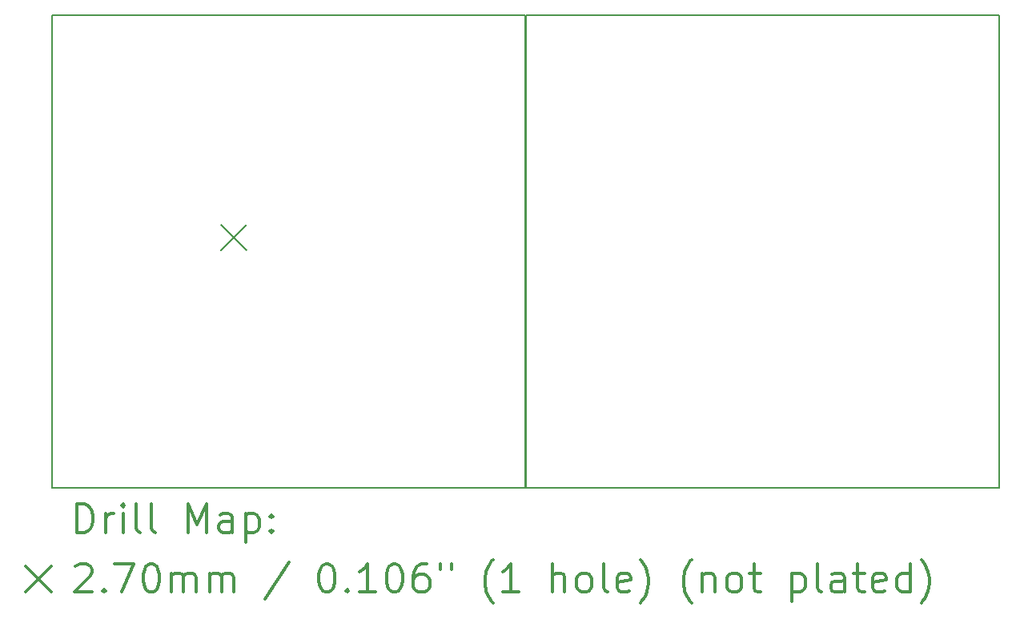
<source format=gbr>
%FSLAX45Y45*%
G04 Gerber Fmt 4.5, Leading zero omitted, Abs format (unit mm)*
G04 Created by KiCad (PCBNEW 4.0.5) date Thu Feb 16 15:30:19 2017*
%MOMM*%
%LPD*%
G01*
G04 APERTURE LIST*
%ADD10C,0.127000*%
%ADD11C,0.150000*%
%ADD12C,0.200000*%
%ADD13C,0.300000*%
G04 APERTURE END LIST*
D10*
D11*
X15000000Y-5000000D02*
X10000000Y-5000000D01*
X15000000Y-10000000D02*
X15000000Y-5000000D01*
X10000000Y-10000000D02*
X15000000Y-10000000D01*
X10000000Y-5000000D02*
X10000000Y-10000000D01*
X15015000Y-10000000D02*
X20015000Y-10000000D01*
X15015000Y-5000000D02*
X15015000Y-10000000D01*
X20015000Y-5000000D02*
X15015000Y-5000000D01*
X20015000Y-10000000D02*
X20015000Y-5000000D01*
D12*
X11790000Y-7215000D02*
X12060000Y-7485000D01*
X12060000Y-7215000D02*
X11790000Y-7485000D01*
D13*
X10263929Y-10473214D02*
X10263929Y-10173214D01*
X10335357Y-10173214D01*
X10378214Y-10187500D01*
X10406786Y-10216072D01*
X10421071Y-10244643D01*
X10435357Y-10301786D01*
X10435357Y-10344643D01*
X10421071Y-10401786D01*
X10406786Y-10430357D01*
X10378214Y-10458929D01*
X10335357Y-10473214D01*
X10263929Y-10473214D01*
X10563929Y-10473214D02*
X10563929Y-10273214D01*
X10563929Y-10330357D02*
X10578214Y-10301786D01*
X10592500Y-10287500D01*
X10621071Y-10273214D01*
X10649643Y-10273214D01*
X10749643Y-10473214D02*
X10749643Y-10273214D01*
X10749643Y-10173214D02*
X10735357Y-10187500D01*
X10749643Y-10201786D01*
X10763929Y-10187500D01*
X10749643Y-10173214D01*
X10749643Y-10201786D01*
X10935357Y-10473214D02*
X10906786Y-10458929D01*
X10892500Y-10430357D01*
X10892500Y-10173214D01*
X11092500Y-10473214D02*
X11063929Y-10458929D01*
X11049643Y-10430357D01*
X11049643Y-10173214D01*
X11435357Y-10473214D02*
X11435357Y-10173214D01*
X11535357Y-10387500D01*
X11635357Y-10173214D01*
X11635357Y-10473214D01*
X11906786Y-10473214D02*
X11906786Y-10316072D01*
X11892500Y-10287500D01*
X11863928Y-10273214D01*
X11806786Y-10273214D01*
X11778214Y-10287500D01*
X11906786Y-10458929D02*
X11878214Y-10473214D01*
X11806786Y-10473214D01*
X11778214Y-10458929D01*
X11763928Y-10430357D01*
X11763928Y-10401786D01*
X11778214Y-10373214D01*
X11806786Y-10358929D01*
X11878214Y-10358929D01*
X11906786Y-10344643D01*
X12049643Y-10273214D02*
X12049643Y-10573214D01*
X12049643Y-10287500D02*
X12078214Y-10273214D01*
X12135357Y-10273214D01*
X12163928Y-10287500D01*
X12178214Y-10301786D01*
X12192500Y-10330357D01*
X12192500Y-10416072D01*
X12178214Y-10444643D01*
X12163928Y-10458929D01*
X12135357Y-10473214D01*
X12078214Y-10473214D01*
X12049643Y-10458929D01*
X12321071Y-10444643D02*
X12335357Y-10458929D01*
X12321071Y-10473214D01*
X12306786Y-10458929D01*
X12321071Y-10444643D01*
X12321071Y-10473214D01*
X12321071Y-10287500D02*
X12335357Y-10301786D01*
X12321071Y-10316072D01*
X12306786Y-10301786D01*
X12321071Y-10287500D01*
X12321071Y-10316072D01*
X9722500Y-10832500D02*
X9992500Y-11102500D01*
X9992500Y-10832500D02*
X9722500Y-11102500D01*
X10249643Y-10831786D02*
X10263929Y-10817500D01*
X10292500Y-10803214D01*
X10363929Y-10803214D01*
X10392500Y-10817500D01*
X10406786Y-10831786D01*
X10421071Y-10860357D01*
X10421071Y-10888929D01*
X10406786Y-10931786D01*
X10235357Y-11103214D01*
X10421071Y-11103214D01*
X10549643Y-11074643D02*
X10563929Y-11088929D01*
X10549643Y-11103214D01*
X10535357Y-11088929D01*
X10549643Y-11074643D01*
X10549643Y-11103214D01*
X10663928Y-10803214D02*
X10863928Y-10803214D01*
X10735357Y-11103214D01*
X11035357Y-10803214D02*
X11063929Y-10803214D01*
X11092500Y-10817500D01*
X11106786Y-10831786D01*
X11121071Y-10860357D01*
X11135357Y-10917500D01*
X11135357Y-10988929D01*
X11121071Y-11046072D01*
X11106786Y-11074643D01*
X11092500Y-11088929D01*
X11063929Y-11103214D01*
X11035357Y-11103214D01*
X11006786Y-11088929D01*
X10992500Y-11074643D01*
X10978214Y-11046072D01*
X10963929Y-10988929D01*
X10963929Y-10917500D01*
X10978214Y-10860357D01*
X10992500Y-10831786D01*
X11006786Y-10817500D01*
X11035357Y-10803214D01*
X11263928Y-11103214D02*
X11263928Y-10903214D01*
X11263928Y-10931786D02*
X11278214Y-10917500D01*
X11306786Y-10903214D01*
X11349643Y-10903214D01*
X11378214Y-10917500D01*
X11392500Y-10946072D01*
X11392500Y-11103214D01*
X11392500Y-10946072D02*
X11406786Y-10917500D01*
X11435357Y-10903214D01*
X11478214Y-10903214D01*
X11506786Y-10917500D01*
X11521071Y-10946072D01*
X11521071Y-11103214D01*
X11663928Y-11103214D02*
X11663928Y-10903214D01*
X11663928Y-10931786D02*
X11678214Y-10917500D01*
X11706786Y-10903214D01*
X11749643Y-10903214D01*
X11778214Y-10917500D01*
X11792500Y-10946072D01*
X11792500Y-11103214D01*
X11792500Y-10946072D02*
X11806786Y-10917500D01*
X11835357Y-10903214D01*
X11878214Y-10903214D01*
X11906786Y-10917500D01*
X11921071Y-10946072D01*
X11921071Y-11103214D01*
X12506786Y-10788929D02*
X12249643Y-11174643D01*
X12892500Y-10803214D02*
X12921071Y-10803214D01*
X12949643Y-10817500D01*
X12963928Y-10831786D01*
X12978214Y-10860357D01*
X12992500Y-10917500D01*
X12992500Y-10988929D01*
X12978214Y-11046072D01*
X12963928Y-11074643D01*
X12949643Y-11088929D01*
X12921071Y-11103214D01*
X12892500Y-11103214D01*
X12863928Y-11088929D01*
X12849643Y-11074643D01*
X12835357Y-11046072D01*
X12821071Y-10988929D01*
X12821071Y-10917500D01*
X12835357Y-10860357D01*
X12849643Y-10831786D01*
X12863928Y-10817500D01*
X12892500Y-10803214D01*
X13121071Y-11074643D02*
X13135357Y-11088929D01*
X13121071Y-11103214D01*
X13106786Y-11088929D01*
X13121071Y-11074643D01*
X13121071Y-11103214D01*
X13421071Y-11103214D02*
X13249643Y-11103214D01*
X13335357Y-11103214D02*
X13335357Y-10803214D01*
X13306785Y-10846072D01*
X13278214Y-10874643D01*
X13249643Y-10888929D01*
X13606785Y-10803214D02*
X13635357Y-10803214D01*
X13663928Y-10817500D01*
X13678214Y-10831786D01*
X13692500Y-10860357D01*
X13706785Y-10917500D01*
X13706785Y-10988929D01*
X13692500Y-11046072D01*
X13678214Y-11074643D01*
X13663928Y-11088929D01*
X13635357Y-11103214D01*
X13606785Y-11103214D01*
X13578214Y-11088929D01*
X13563928Y-11074643D01*
X13549643Y-11046072D01*
X13535357Y-10988929D01*
X13535357Y-10917500D01*
X13549643Y-10860357D01*
X13563928Y-10831786D01*
X13578214Y-10817500D01*
X13606785Y-10803214D01*
X13963928Y-10803214D02*
X13906785Y-10803214D01*
X13878214Y-10817500D01*
X13863928Y-10831786D01*
X13835357Y-10874643D01*
X13821071Y-10931786D01*
X13821071Y-11046072D01*
X13835357Y-11074643D01*
X13849643Y-11088929D01*
X13878214Y-11103214D01*
X13935357Y-11103214D01*
X13963928Y-11088929D01*
X13978214Y-11074643D01*
X13992500Y-11046072D01*
X13992500Y-10974643D01*
X13978214Y-10946072D01*
X13963928Y-10931786D01*
X13935357Y-10917500D01*
X13878214Y-10917500D01*
X13849643Y-10931786D01*
X13835357Y-10946072D01*
X13821071Y-10974643D01*
X14106786Y-10803214D02*
X14106786Y-10860357D01*
X14221071Y-10803214D02*
X14221071Y-10860357D01*
X14663928Y-11217500D02*
X14649643Y-11203214D01*
X14621071Y-11160357D01*
X14606785Y-11131786D01*
X14592500Y-11088929D01*
X14578214Y-11017500D01*
X14578214Y-10960357D01*
X14592500Y-10888929D01*
X14606785Y-10846072D01*
X14621071Y-10817500D01*
X14649643Y-10774643D01*
X14663928Y-10760357D01*
X14935357Y-11103214D02*
X14763928Y-11103214D01*
X14849643Y-11103214D02*
X14849643Y-10803214D01*
X14821071Y-10846072D01*
X14792500Y-10874643D01*
X14763928Y-10888929D01*
X15292500Y-11103214D02*
X15292500Y-10803214D01*
X15421071Y-11103214D02*
X15421071Y-10946072D01*
X15406785Y-10917500D01*
X15378214Y-10903214D01*
X15335357Y-10903214D01*
X15306785Y-10917500D01*
X15292500Y-10931786D01*
X15606785Y-11103214D02*
X15578214Y-11088929D01*
X15563928Y-11074643D01*
X15549643Y-11046072D01*
X15549643Y-10960357D01*
X15563928Y-10931786D01*
X15578214Y-10917500D01*
X15606785Y-10903214D01*
X15649643Y-10903214D01*
X15678214Y-10917500D01*
X15692500Y-10931786D01*
X15706785Y-10960357D01*
X15706785Y-11046072D01*
X15692500Y-11074643D01*
X15678214Y-11088929D01*
X15649643Y-11103214D01*
X15606785Y-11103214D01*
X15878214Y-11103214D02*
X15849643Y-11088929D01*
X15835357Y-11060357D01*
X15835357Y-10803214D01*
X16106786Y-11088929D02*
X16078214Y-11103214D01*
X16021071Y-11103214D01*
X15992500Y-11088929D01*
X15978214Y-11060357D01*
X15978214Y-10946072D01*
X15992500Y-10917500D01*
X16021071Y-10903214D01*
X16078214Y-10903214D01*
X16106786Y-10917500D01*
X16121071Y-10946072D01*
X16121071Y-10974643D01*
X15978214Y-11003214D01*
X16221071Y-11217500D02*
X16235357Y-11203214D01*
X16263928Y-11160357D01*
X16278214Y-11131786D01*
X16292500Y-11088929D01*
X16306786Y-11017500D01*
X16306786Y-10960357D01*
X16292500Y-10888929D01*
X16278214Y-10846072D01*
X16263928Y-10817500D01*
X16235357Y-10774643D01*
X16221071Y-10760357D01*
X16763928Y-11217500D02*
X16749643Y-11203214D01*
X16721071Y-11160357D01*
X16706786Y-11131786D01*
X16692500Y-11088929D01*
X16678214Y-11017500D01*
X16678214Y-10960357D01*
X16692500Y-10888929D01*
X16706786Y-10846072D01*
X16721071Y-10817500D01*
X16749643Y-10774643D01*
X16763928Y-10760357D01*
X16878214Y-10903214D02*
X16878214Y-11103214D01*
X16878214Y-10931786D02*
X16892500Y-10917500D01*
X16921071Y-10903214D01*
X16963929Y-10903214D01*
X16992500Y-10917500D01*
X17006786Y-10946072D01*
X17006786Y-11103214D01*
X17192500Y-11103214D02*
X17163929Y-11088929D01*
X17149643Y-11074643D01*
X17135357Y-11046072D01*
X17135357Y-10960357D01*
X17149643Y-10931786D01*
X17163929Y-10917500D01*
X17192500Y-10903214D01*
X17235357Y-10903214D01*
X17263929Y-10917500D01*
X17278214Y-10931786D01*
X17292500Y-10960357D01*
X17292500Y-11046072D01*
X17278214Y-11074643D01*
X17263929Y-11088929D01*
X17235357Y-11103214D01*
X17192500Y-11103214D01*
X17378214Y-10903214D02*
X17492500Y-10903214D01*
X17421071Y-10803214D02*
X17421071Y-11060357D01*
X17435357Y-11088929D01*
X17463929Y-11103214D01*
X17492500Y-11103214D01*
X17821071Y-10903214D02*
X17821071Y-11203214D01*
X17821071Y-10917500D02*
X17849643Y-10903214D01*
X17906786Y-10903214D01*
X17935357Y-10917500D01*
X17949643Y-10931786D01*
X17963929Y-10960357D01*
X17963929Y-11046072D01*
X17949643Y-11074643D01*
X17935357Y-11088929D01*
X17906786Y-11103214D01*
X17849643Y-11103214D01*
X17821071Y-11088929D01*
X18135357Y-11103214D02*
X18106786Y-11088929D01*
X18092500Y-11060357D01*
X18092500Y-10803214D01*
X18378214Y-11103214D02*
X18378214Y-10946072D01*
X18363929Y-10917500D01*
X18335357Y-10903214D01*
X18278214Y-10903214D01*
X18249643Y-10917500D01*
X18378214Y-11088929D02*
X18349643Y-11103214D01*
X18278214Y-11103214D01*
X18249643Y-11088929D01*
X18235357Y-11060357D01*
X18235357Y-11031786D01*
X18249643Y-11003214D01*
X18278214Y-10988929D01*
X18349643Y-10988929D01*
X18378214Y-10974643D01*
X18478214Y-10903214D02*
X18592500Y-10903214D01*
X18521072Y-10803214D02*
X18521072Y-11060357D01*
X18535357Y-11088929D01*
X18563929Y-11103214D01*
X18592500Y-11103214D01*
X18806786Y-11088929D02*
X18778214Y-11103214D01*
X18721072Y-11103214D01*
X18692500Y-11088929D01*
X18678214Y-11060357D01*
X18678214Y-10946072D01*
X18692500Y-10917500D01*
X18721072Y-10903214D01*
X18778214Y-10903214D01*
X18806786Y-10917500D01*
X18821072Y-10946072D01*
X18821072Y-10974643D01*
X18678214Y-11003214D01*
X19078214Y-11103214D02*
X19078214Y-10803214D01*
X19078214Y-11088929D02*
X19049643Y-11103214D01*
X18992500Y-11103214D01*
X18963929Y-11088929D01*
X18949643Y-11074643D01*
X18935357Y-11046072D01*
X18935357Y-10960357D01*
X18949643Y-10931786D01*
X18963929Y-10917500D01*
X18992500Y-10903214D01*
X19049643Y-10903214D01*
X19078214Y-10917500D01*
X19192500Y-11217500D02*
X19206786Y-11203214D01*
X19235357Y-11160357D01*
X19249643Y-11131786D01*
X19263929Y-11088929D01*
X19278214Y-11017500D01*
X19278214Y-10960357D01*
X19263929Y-10888929D01*
X19249643Y-10846072D01*
X19235357Y-10817500D01*
X19206786Y-10774643D01*
X19192500Y-10760357D01*
M02*

</source>
